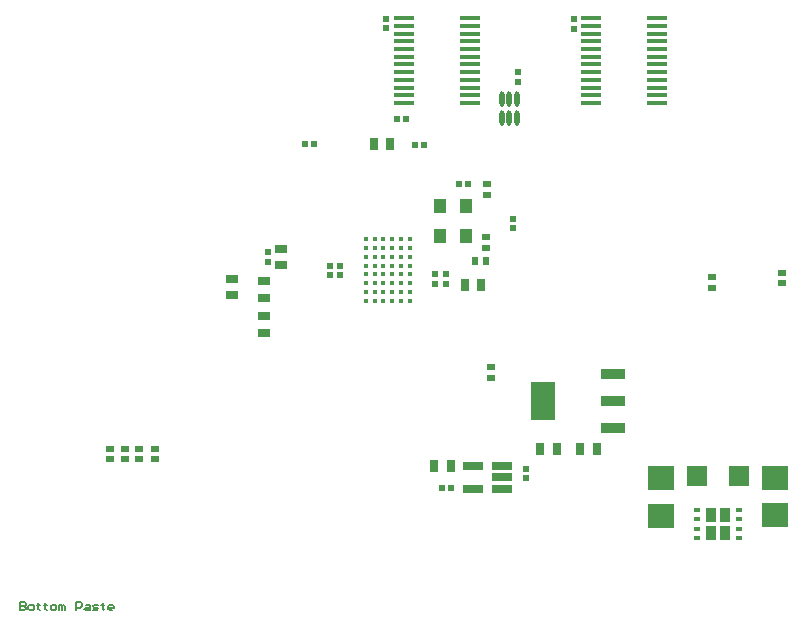
<source format=gbp>
%FSTAX25Y25*%
%MOIN*%
G70*
G01*
G75*
G04 Layer_Color=128*
%ADD10O,0.07087X0.01181*%
%ADD11O,0.01181X0.07087*%
%ADD12O,0.07284X0.01378*%
%ADD13R,0.08071X0.02756*%
%ADD14R,0.01772X0.02165*%
%ADD15R,0.03150X0.03150*%
%ADD16R,0.01575X0.02559*%
%ADD17R,0.02992X0.06299*%
%ADD18R,0.07874X0.06299*%
%ADD19R,0.02047X0.02047*%
%ADD20R,0.02047X0.02047*%
%ADD21R,0.03543X0.02756*%
%ADD22R,0.02756X0.03543*%
%ADD23R,0.02165X0.01772*%
%ADD24C,0.01000*%
%ADD25C,0.00500*%
%ADD26C,0.03000*%
%ADD27C,0.00700*%
%ADD28C,0.02000*%
%ADD29C,0.00669*%
%ADD30C,0.00591*%
%ADD31R,0.25197X0.25197*%
%ADD32C,0.06000*%
%ADD33P,0.12784X8X202.5*%
%ADD34P,0.12784X8X292.5*%
%ADD35C,0.05906*%
%ADD36R,0.05906X0.05906*%
%ADD37R,0.05906X0.05906*%
%ADD38P,0.06711X8X292.5*%
%ADD39O,0.05600X0.11200*%
%ADD40C,0.12600*%
%ADD41C,0.01969*%
%ADD42C,0.01600*%
%ADD43C,0.05000*%
%ADD44C,0.01595*%
%ADD45C,0.02800*%
%ADD46C,0.04000*%
%ADD47R,0.70200X0.25400*%
%ADD48C,0.07550*%
%ADD49O,0.08724X0.11087*%
%ADD50O,0.11087X0.08724*%
%ADD51C,0.07543*%
G04:AMPARAMS|DCode=52|XSize=95.433mil|YSize=95.433mil|CornerRadius=0mil|HoleSize=0mil|Usage=FLASHONLY|Rotation=0.000|XOffset=0mil|YOffset=0mil|HoleType=Round|Shape=Relief|Width=10mil|Gap=10mil|Entries=4|*
%AMTHD52*
7,0,0,0.09543,0.07543,0.01000,45*
%
%ADD52THD52*%
%ADD53C,0.07800*%
%ADD54C,0.07400*%
G04:AMPARAMS|DCode=55|XSize=95.5mil|YSize=95.5mil|CornerRadius=0mil|HoleSize=0mil|Usage=FLASHONLY|Rotation=0.000|XOffset=0mil|YOffset=0mil|HoleType=Round|Shape=Relief|Width=10mil|Gap=10mil|Entries=4|*
%AMTHD55*
7,0,0,0.09550,0.07550,0.01000,45*
%
%ADD55THD55*%
%ADD56C,0.16600*%
%ADD57C,0.06800*%
G04:AMPARAMS|DCode=58|XSize=70mil|YSize=70mil|CornerRadius=0mil|HoleSize=0mil|Usage=FLASHONLY|Rotation=0.000|XOffset=0mil|YOffset=0mil|HoleType=Round|Shape=Relief|Width=10mil|Gap=10mil|Entries=4|*
%AMTHD58*
7,0,0,0.07000,0.05000,0.01000,45*
%
%ADD58THD58*%
%ADD59C,0.05600*%
%AMTHOVALD60*
21,1,0.02362,0.10724,0,0,270.0*
1,1,0.10724,0.00000,0.01181*
1,1,0.10724,0.00000,-0.01181*
21,0,0.02362,0.08724,0,0,270.0*
1,0,0.08724,0.00000,0.01181*
1,0,0.08724,0.00000,-0.01181*
4,0,4,-0.00354,0.00828,-0.04145,0.04619,-0.03438,0.05326,0.00354,0.01535,-0.00354,0.00828,0.0*
4,0,4,-0.00354,-0.01535,0.03438,-0.05326,0.04145,-0.04619,0.00354,-0.00828,-0.00354,-0.01535,0.0*
4,0,4,-0.00354,0.01535,0.03438,0.05326,0.04145,0.04619,0.00354,0.00828,-0.00354,0.01535,0.0*
4,0,4,-0.00354,-0.00828,-0.04145,-0.04619,-0.03438,-0.05326,0.00354,-0.01535,-0.00354,-0.00828,0.0*
%
%ADD60THOVALD60*%

%AMTHOVALD61*
21,1,0.02362,0.10724,0,0,360.0*
1,1,0.10724,-0.01181,0.00000*
1,1,0.10724,0.01181,0.00000*
21,0,0.02362,0.08724,0,0,360.0*
1,0,0.08724,-0.01181,0.00000*
1,0,0.08724,0.01181,0.00000*
4,0,4,-0.00828,-0.00354,-0.04619,-0.04145,-0.05326,-0.03438,-0.01535,0.00354,-0.00828,-0.00354,0.0*
4,0,4,0.01535,-0.00354,0.05326,0.03438,0.04619,0.04145,0.00828,0.00354,0.01535,-0.00354,0.0*
4,0,4,-0.01535,-0.00354,-0.05326,0.03438,-0.04619,0.04145,-0.00828,0.00354,-0.01535,-0.00354,0.0*
4,0,4,0.00828,-0.00354,0.04619,-0.04145,0.05326,-0.03438,0.01535,0.00354,0.00828,-0.00354,0.0*
%
%ADD61THOVALD61*%

G04:AMPARAMS|DCode=62|XSize=98mil|YSize=98mil|CornerRadius=0mil|HoleSize=0mil|Usage=FLASHONLY|Rotation=0.000|XOffset=0mil|YOffset=0mil|HoleType=Round|Shape=Relief|Width=10mil|Gap=10mil|Entries=4|*
%AMTHD62*
7,0,0,0.09800,0.07800,0.01000,45*
%
%ADD62THD62*%
G04:AMPARAMS|DCode=63|XSize=94mil|YSize=94mil|CornerRadius=0mil|HoleSize=0mil|Usage=FLASHONLY|Rotation=0.000|XOffset=0mil|YOffset=0mil|HoleType=Round|Shape=Relief|Width=10mil|Gap=10mil|Entries=4|*
%AMTHD63*
7,0,0,0.09400,0.07400,0.01000,45*
%
%ADD63THD63*%
G04:AMPARAMS|DCode=64|XSize=88mil|YSize=88mil|CornerRadius=0mil|HoleSize=0mil|Usage=FLASHONLY|Rotation=0.000|XOffset=0mil|YOffset=0mil|HoleType=Round|Shape=Relief|Width=10mil|Gap=10mil|Entries=4|*
%AMTHD64*
7,0,0,0.08800,0.06800,0.01000,45*
%
%ADD64THD64*%
G04:AMPARAMS|DCode=65|XSize=76mil|YSize=76mil|CornerRadius=0mil|HoleSize=0mil|Usage=FLASHONLY|Rotation=0.000|XOffset=0mil|YOffset=0mil|HoleType=Round|Shape=Relief|Width=10mil|Gap=10mil|Entries=4|*
%AMTHD65*
7,0,0,0.07600,0.05600,0.01000,45*
%
%ADD65THD65*%
%ADD66R,0.06102X0.01378*%
%ADD67O,0.01378X0.04724*%
%ADD68R,0.07480X0.12205*%
%ADD69R,0.07480X0.03150*%
%ADD70R,0.06299X0.02559*%
%ADD71R,0.01969X0.01181*%
%ADD72R,0.08661X0.11811*%
%ADD73C,0.01181*%
%ADD74R,0.03543X0.04724*%
%ADD75R,0.06693X0.06614*%
%ADD76R,0.08661X0.07874*%
%ADD77C,0.05000*%
%ADD78C,0.01500*%
%ADD79C,0.01300*%
%ADD80C,0.00984*%
%ADD81C,0.02362*%
%ADD82C,0.02165*%
%ADD83C,0.00787*%
%ADD84C,0.00600*%
%ADD85C,0.01200*%
%ADD86R,0.03937X0.02953*%
%ADD87O,0.07487X0.01581*%
%ADD88O,0.01581X0.07487*%
%ADD89O,0.07684X0.01778*%
%ADD90R,0.08471X0.03156*%
%ADD91R,0.02172X0.02565*%
%ADD92R,0.03550X0.03550*%
%ADD93R,0.01975X0.02959*%
%ADD94R,0.03392X0.06699*%
%ADD95R,0.08274X0.06699*%
%ADD96R,0.02447X0.02447*%
%ADD97R,0.02447X0.02447*%
%ADD98R,0.03943X0.03156*%
%ADD99R,0.03156X0.03943*%
%ADD100R,0.02565X0.02172*%
%ADD101O,0.07287X0.01381*%
%ADD102O,0.01381X0.07287*%
%ADD103O,0.07484X0.01578*%
%ADD104R,0.08271X0.02956*%
%ADD105R,0.01972X0.02365*%
%ADD106R,0.03350X0.03350*%
%ADD107R,0.01775X0.02759*%
%ADD108R,0.03192X0.06499*%
%ADD109R,0.08074X0.06499*%
%ADD110R,0.02247X0.02247*%
%ADD111R,0.02247X0.02247*%
%ADD112R,0.03743X0.02956*%
%ADD113R,0.02956X0.03743*%
%ADD114R,0.02365X0.01972*%
%ADD115C,0.06200*%
%ADD116P,0.13001X8X202.5*%
%ADD117P,0.13001X8X292.5*%
%ADD118C,0.06106*%
%ADD119R,0.06106X0.06106*%
%ADD120R,0.06106X0.06106*%
%ADD121P,0.06927X8X292.5*%
%ADD122O,0.05800X0.11400*%
%ADD123C,0.12800*%
%ADD124C,0.02169*%
%ADD125C,0.01800*%
%ADD126C,0.05200*%
%ADD127C,0.03000*%
%ADD128R,0.06654X0.01929*%
%ADD129O,0.01578X0.04924*%
%ADD130R,0.07680X0.12405*%
%ADD131R,0.07680X0.03350*%
%ADD132R,0.06499X0.02759*%
%ADD133R,0.02369X0.01581*%
%ADD134R,0.09061X0.12211*%
%ADD135C,0.01381*%
%ADD136R,0.03743X0.04924*%
%ADD137R,0.06893X0.06814*%
%ADD138R,0.08861X0.08074*%
%ADD139R,0.03347X0.04921*%
%ADD140R,0.01969X0.01181*%
%ADD141R,0.06502X0.01778*%
%ADD142O,0.01778X0.05124*%
%ADD143R,0.07880X0.12605*%
%ADD144R,0.07880X0.03550*%
%ADD145R,0.06699X0.02959*%
%ADD146C,0.01581*%
%ADD147R,0.03943X0.05124*%
%ADD148R,0.07093X0.07014*%
%ADD149R,0.09061X0.08274*%
D25*
X01Y0094768D02*
Y0091969D01*
X01014D01*
X0101866Y0092435D01*
Y0092901D01*
X01014Y0093368D01*
X01D01*
X01014D01*
X0101866Y0093835D01*
Y0094301D01*
X01014Y0094768D01*
X01D01*
X0103266Y0091969D02*
X0104199D01*
X0104665Y0092435D01*
Y0093368D01*
X0104199Y0093835D01*
X0103266D01*
X0102799Y0093368D01*
Y0092435D01*
X0103266Y0091969D01*
X0106065Y0094301D02*
Y0093835D01*
X0105598D01*
X0106531D01*
X0106065D01*
Y0092435D01*
X0106531Y0091969D01*
X0108397Y0094301D02*
Y0093835D01*
X0107931D01*
X0108864D01*
X0108397D01*
Y0092435D01*
X0108864Y0091969D01*
X011073D02*
X0111663D01*
X0112129Y0092435D01*
Y0093368D01*
X0111663Y0093835D01*
X011073D01*
X0110263Y0093368D01*
Y0092435D01*
X011073Y0091969D01*
X0113062D02*
Y0093835D01*
X0113529D01*
X0113996Y0093368D01*
Y0091969D01*
Y0093368D01*
X0114462Y0093835D01*
X0114928Y0093368D01*
Y0091969D01*
X0118661D02*
Y0094768D01*
X012006D01*
X0120527Y0094301D01*
Y0093368D01*
X012006Y0092901D01*
X0118661D01*
X0121926Y0093835D02*
X0122859D01*
X0123326Y0093368D01*
Y0091969D01*
X0121926D01*
X012146Y0092435D01*
X0121926Y0092901D01*
X0123326D01*
X0124259Y0091969D02*
X0125658D01*
X0126125Y0092435D01*
X0125658Y0092901D01*
X0124725D01*
X0124259Y0093368D01*
X0124725Y0093835D01*
X0126125D01*
X0127524Y0094301D02*
Y0093835D01*
X0127058D01*
X0127991D01*
X0127524D01*
Y0092435D01*
X0127991Y0091969D01*
X013079D02*
X0129857D01*
X0129391Y0092435D01*
Y0093368D01*
X0129857Y0093835D01*
X013079D01*
X0131256Y0093368D01*
Y0092901D01*
X0129391D01*
D91*
X0255272Y02084D02*
D03*
X0251728D02*
D03*
D96*
X0240525Y01326D02*
D03*
X0243675D02*
D03*
X0228775Y02558D02*
D03*
X0225625D02*
D03*
X0198Y0247335D02*
D03*
X019485D02*
D03*
X0231525Y02471D02*
D03*
X0234675D02*
D03*
X0246225Y02341D02*
D03*
X0249375D02*
D03*
D97*
X0265945Y027126D02*
D03*
Y026811D02*
D03*
X0222146Y0289173D02*
D03*
Y0286024D02*
D03*
X0284547Y0288976D02*
D03*
Y0285827D02*
D03*
X02385Y0200825D02*
D03*
Y0203975D02*
D03*
X02033Y0203725D02*
D03*
Y0206875D02*
D03*
X02068Y0203725D02*
D03*
Y0206875D02*
D03*
X0242Y0200825D02*
D03*
Y0203975D02*
D03*
X01827Y0208125D02*
D03*
Y0211275D02*
D03*
X02642Y0222475D02*
D03*
Y0219325D02*
D03*
X02688Y0135925D02*
D03*
Y0139075D02*
D03*
D98*
X01707Y0196944D02*
D03*
Y0202456D02*
D03*
X0187Y0212556D02*
D03*
Y0207044D02*
D03*
X01812Y0196244D02*
D03*
Y0201756D02*
D03*
Y0184444D02*
D03*
Y0189956D02*
D03*
D99*
X0243556Y01402D02*
D03*
X0238044D02*
D03*
X0278856Y01456D02*
D03*
X0273344D02*
D03*
X0292256D02*
D03*
X0286744D02*
D03*
X0248244Y02005D02*
D03*
X0253756D02*
D03*
X0217944Y02474D02*
D03*
X0223456D02*
D03*
D100*
X0144882Y0145866D02*
D03*
Y0142323D02*
D03*
X0139764Y0145866D02*
D03*
Y0142323D02*
D03*
X0135039Y0145866D02*
D03*
Y0142323D02*
D03*
X0129921Y0145866D02*
D03*
Y0142323D02*
D03*
X0330543Y0203058D02*
D03*
Y0199515D02*
D03*
X0353839Y0200984D02*
D03*
Y0204527D02*
D03*
X02571Y0169528D02*
D03*
Y0173072D02*
D03*
X02555Y0216272D02*
D03*
Y0212728D02*
D03*
X02556Y0230528D02*
D03*
Y0234072D02*
D03*
D139*
X0330436Y0123751D02*
D03*
X0334964Y0123751D02*
D03*
X0334964Y0117649D02*
D03*
X0330439Y0117654D02*
D03*
D140*
X032581Y012542D02*
D03*
X0325815Y012227D02*
D03*
X0325815Y0119128D02*
D03*
X032581Y011598D02*
D03*
X033959Y011598D02*
D03*
X0339584Y0119128D02*
D03*
X0339584Y012227D02*
D03*
X033959Y012542D02*
D03*
D141*
X0290354Y0261122D02*
D03*
Y0263681D02*
D03*
Y026624D02*
D03*
Y0268799D02*
D03*
Y0271358D02*
D03*
Y0273917D02*
D03*
Y0276476D02*
D03*
Y0279035D02*
D03*
Y0281594D02*
D03*
Y0284154D02*
D03*
Y0286713D02*
D03*
Y0289272D02*
D03*
X0312205Y0261122D02*
D03*
Y0263681D02*
D03*
Y026624D02*
D03*
Y0268799D02*
D03*
Y0271358D02*
D03*
Y0273917D02*
D03*
Y0276476D02*
D03*
Y0279035D02*
D03*
Y0281594D02*
D03*
Y0284154D02*
D03*
Y0286713D02*
D03*
Y0289272D02*
D03*
X0228051Y0261122D02*
D03*
Y0263681D02*
D03*
Y026624D02*
D03*
Y0268799D02*
D03*
Y0271358D02*
D03*
Y0273917D02*
D03*
Y0276476D02*
D03*
Y0279035D02*
D03*
Y0281594D02*
D03*
Y0284154D02*
D03*
Y0286713D02*
D03*
Y0289272D02*
D03*
X0249902Y0261122D02*
D03*
Y0263681D02*
D03*
Y026624D02*
D03*
Y0268799D02*
D03*
Y0271358D02*
D03*
Y0273917D02*
D03*
Y0276476D02*
D03*
Y0279035D02*
D03*
Y0281594D02*
D03*
Y0284154D02*
D03*
Y0286713D02*
D03*
Y0289272D02*
D03*
D142*
X026565Y0256201D02*
D03*
X026309D02*
D03*
X0260531D02*
D03*
X026565Y02625D02*
D03*
X026309D02*
D03*
X0260531D02*
D03*
D143*
X0274486Y01618D02*
D03*
D144*
X0297714Y0152745D02*
D03*
Y01618D02*
D03*
Y0170855D02*
D03*
D145*
X0260721Y014004D02*
D03*
Y01363D02*
D03*
Y013256D02*
D03*
X0250879D02*
D03*
Y014004D02*
D03*
D146*
X0215265Y0195065D02*
D03*
X0218218D02*
D03*
X0221171D02*
D03*
X0224124D02*
D03*
X0227076D02*
D03*
X0230029D02*
D03*
X0215265Y0198018D02*
D03*
X0218218D02*
D03*
X0221171D02*
D03*
X0224124D02*
D03*
X0227076D02*
D03*
X0230029D02*
D03*
X0215265Y0200971D02*
D03*
X0218218D02*
D03*
X0221171D02*
D03*
X0224124D02*
D03*
X0227076D02*
D03*
X0230029D02*
D03*
X0215265Y0203924D02*
D03*
X0218218D02*
D03*
X0221171D02*
D03*
X0224124D02*
D03*
X0227076D02*
D03*
X0230029D02*
D03*
X0215265Y0206876D02*
D03*
X0218218D02*
D03*
X0221171D02*
D03*
X0224124D02*
D03*
X0227076D02*
D03*
X0230029D02*
D03*
X0215265Y0209829D02*
D03*
X0218218D02*
D03*
X0221171D02*
D03*
X0224124D02*
D03*
X0227076D02*
D03*
X0230029D02*
D03*
X0215265Y0212782D02*
D03*
X0218218D02*
D03*
X0221171D02*
D03*
X0224124D02*
D03*
X0227076D02*
D03*
X0230029D02*
D03*
X0215265Y0215735D02*
D03*
X0218218D02*
D03*
X0221171D02*
D03*
X0224124D02*
D03*
X0227076D02*
D03*
X0230029D02*
D03*
D147*
X0239969Y0216779D02*
D03*
Y0226621D02*
D03*
X0248631Y0216779D02*
D03*
Y0226621D02*
D03*
D148*
X0339647Y01366D02*
D03*
X0325553D02*
D03*
D149*
X03138Y0123401D02*
D03*
Y0135999D02*
D03*
X03516Y0123601D02*
D03*
Y0136199D02*
D03*
M02*

</source>
